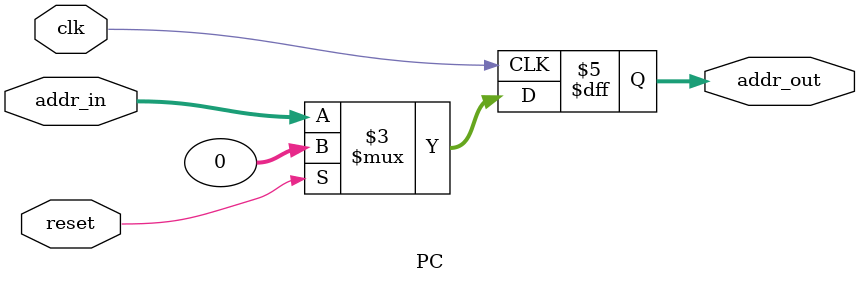
<source format=v>
`timescale 1ns / 1ps


module PC(
input clk,
input reset,
input [31:0]addr_in,
output reg [31:0] addr_out
    );
    
  always@(posedge clk)
    begin
    if(reset)
        addr_out<=0;
    else
        addr_out<=addr_in;
    end
   
endmodule

</source>
